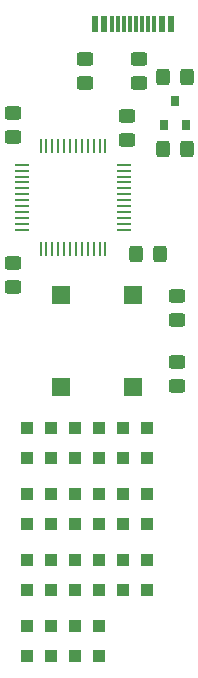
<source format=gbr>
%TF.GenerationSoftware,KiCad,Pcbnew,6.0.5-2.fc36*%
%TF.CreationDate,2022-06-13T17:40:47-05:00*%
%TF.ProjectId,right,72696768-742e-46b6-9963-61645f706362,rev?*%
%TF.SameCoordinates,Original*%
%TF.FileFunction,Paste,Top*%
%TF.FilePolarity,Positive*%
%FSLAX46Y46*%
G04 Gerber Fmt 4.6, Leading zero omitted, Abs format (unit mm)*
G04 Created by KiCad (PCBNEW 6.0.5-2.fc36) date 2022-06-13 17:40:47*
%MOMM*%
%LPD*%
G01*
G04 APERTURE LIST*
G04 Aperture macros list*
%AMRoundRect*
0 Rectangle with rounded corners*
0 $1 Rounding radius*
0 $2 $3 $4 $5 $6 $7 $8 $9 X,Y pos of 4 corners*
0 Add a 4 corners polygon primitive as box body*
4,1,4,$2,$3,$4,$5,$6,$7,$8,$9,$2,$3,0*
0 Add four circle primitives for the rounded corners*
1,1,$1+$1,$2,$3*
1,1,$1+$1,$4,$5*
1,1,$1+$1,$6,$7*
1,1,$1+$1,$8,$9*
0 Add four rect primitives between the rounded corners*
20,1,$1+$1,$2,$3,$4,$5,0*
20,1,$1+$1,$4,$5,$6,$7,0*
20,1,$1+$1,$6,$7,$8,$9,0*
20,1,$1+$1,$8,$9,$2,$3,0*%
G04 Aperture macros list end*
%ADD10R,0.600000X1.450000*%
%ADD11R,0.300000X1.450000*%
%ADD12RoundRect,0.250000X-0.450000X0.325000X-0.450000X-0.325000X0.450000X-0.325000X0.450000X0.325000X0*%
%ADD13R,0.800000X0.900000*%
%ADD14R,0.250000X1.300000*%
%ADD15R,1.300000X0.250000*%
%ADD16R,1.000000X1.000000*%
%ADD17RoundRect,0.250000X-0.325000X-0.450000X0.325000X-0.450000X0.325000X0.450000X-0.325000X0.450000X0*%
%ADD18R,1.500000X1.500000*%
%ADD19RoundRect,0.250000X0.450000X-0.325000X0.450000X0.325000X-0.450000X0.325000X-0.450000X-0.325000X0*%
G04 APERTURE END LIST*
D10*
%TO.C,J1*%
X100024000Y-72752000D03*
X99224000Y-72752000D03*
D11*
X98024000Y-72752000D03*
X97024000Y-72752000D03*
X96524000Y-72752000D03*
X95524000Y-72752000D03*
D10*
X94324000Y-72752000D03*
X93524000Y-72752000D03*
X93524000Y-72752000D03*
X94324000Y-72752000D03*
D11*
X95024000Y-72752000D03*
X96024000Y-72752000D03*
X97524000Y-72752000D03*
X98524000Y-72752000D03*
D10*
X99224000Y-72752000D03*
X100024000Y-72752000D03*
%TD*%
D12*
%TO.C,R1*%
X100457000Y-95749000D03*
X100457000Y-97799000D03*
%TD*%
%TO.C,R6*%
X92710000Y-75683000D03*
X92710000Y-77733000D03*
%TD*%
%TO.C,R7*%
X97282000Y-75683000D03*
X97282000Y-77733000D03*
%TD*%
D13*
%TO.C,U2*%
X99380000Y-81264000D03*
X101280000Y-81264000D03*
X100330000Y-79264000D03*
%TD*%
D14*
%TO.C,U1*%
X88944000Y-91726000D03*
X89444000Y-91726000D03*
X89944000Y-91726000D03*
X90444000Y-91726000D03*
X90944000Y-91726000D03*
X91444000Y-91726000D03*
X91944000Y-91726000D03*
X92444000Y-91726000D03*
X92944000Y-91726000D03*
X93444000Y-91726000D03*
X93944000Y-91726000D03*
X94444000Y-91726000D03*
D15*
X96044000Y-90126000D03*
X96044000Y-89626000D03*
X96044000Y-89126000D03*
X96044000Y-88626000D03*
X96044000Y-88126000D03*
X96044000Y-87626000D03*
X96044000Y-87126000D03*
X96044000Y-86626000D03*
X96044000Y-86126000D03*
X96044000Y-85626000D03*
X96044000Y-85126000D03*
X96044000Y-84626000D03*
D14*
X94444000Y-83026000D03*
X93944000Y-83026000D03*
X93444000Y-83026000D03*
X92944000Y-83026000D03*
X92444000Y-83026000D03*
X91944000Y-83026000D03*
X91444000Y-83026000D03*
X90944000Y-83026000D03*
X90444000Y-83026000D03*
X89944000Y-83026000D03*
X89444000Y-83026000D03*
X88944000Y-83026000D03*
D15*
X87344000Y-84626000D03*
X87344000Y-85126000D03*
X87344000Y-85626000D03*
X87344000Y-86126000D03*
X87344000Y-86626000D03*
X87344000Y-87126000D03*
X87344000Y-87626000D03*
X87344000Y-88126000D03*
X87344000Y-88626000D03*
X87344000Y-89126000D03*
X87344000Y-89626000D03*
X87344000Y-90126000D03*
%TD*%
D16*
%TO.C,D35*%
X89789000Y-118130000D03*
X89789000Y-120630000D03*
%TD*%
%TO.C,D19*%
X95885000Y-106954000D03*
X95885000Y-109454000D03*
%TD*%
%TO.C,D21*%
X95885000Y-118130000D03*
X95885000Y-120630000D03*
%TD*%
%TO.C,D23*%
X91821000Y-106954000D03*
X91821000Y-109454000D03*
%TD*%
%TO.C,D24*%
X91821000Y-112542000D03*
X91821000Y-115042000D03*
%TD*%
%TO.C,D25*%
X91821000Y-118130000D03*
X91821000Y-120630000D03*
%TD*%
%TO.C,D26*%
X91821000Y-123718000D03*
X91821000Y-126218000D03*
%TD*%
%TO.C,D33*%
X89789000Y-106954000D03*
X89789000Y-109454000D03*
%TD*%
%TO.C,D34*%
X89789000Y-112542000D03*
X89789000Y-115042000D03*
%TD*%
%TO.C,D36*%
X89789000Y-123718000D03*
X89789000Y-126218000D03*
%TD*%
%TO.C,D20*%
X95885000Y-112542000D03*
X95885000Y-115042000D03*
%TD*%
%TO.C,D16*%
X87757000Y-118130000D03*
X87757000Y-120630000D03*
%TD*%
%TO.C,D6*%
X97917000Y-112542000D03*
X97917000Y-115042000D03*
%TD*%
%TO.C,D7*%
X97917000Y-118130000D03*
X97917000Y-120630000D03*
%TD*%
%TO.C,D9*%
X93853000Y-106954000D03*
X93853000Y-109454000D03*
%TD*%
%TO.C,D10*%
X93853000Y-112542000D03*
X93853000Y-115042000D03*
%TD*%
%TO.C,D11*%
X93853000Y-118130000D03*
X93853000Y-120630000D03*
%TD*%
%TO.C,D12*%
X93853000Y-123718000D03*
X93853000Y-126218000D03*
%TD*%
%TO.C,D14*%
X87757000Y-106954000D03*
X87757000Y-109454000D03*
%TD*%
%TO.C,D15*%
X87757000Y-112542000D03*
X87757000Y-115042000D03*
%TD*%
%TO.C,D17*%
X87757000Y-123718000D03*
X87757000Y-126218000D03*
%TD*%
D17*
%TO.C,C7*%
X99305000Y-77216000D03*
X101355000Y-77216000D03*
%TD*%
%TO.C,C6*%
X99305000Y-83312000D03*
X101355000Y-83312000D03*
%TD*%
D12*
%TO.C,C5*%
X86614000Y-92955000D03*
X86614000Y-95005000D03*
%TD*%
D17*
%TO.C,C4*%
X97019000Y-92202000D03*
X99069000Y-92202000D03*
%TD*%
D12*
%TO.C,C2*%
X86614000Y-80255000D03*
X86614000Y-82305000D03*
%TD*%
D18*
%TO.C,SW1*%
X96774000Y-95668000D03*
X96774000Y-103468000D03*
%TD*%
D16*
%TO.C,D5*%
X97917000Y-106954000D03*
X97917000Y-109454000D03*
%TD*%
D12*
%TO.C,C1*%
X100457000Y-101337000D03*
X100457000Y-103387000D03*
%TD*%
D18*
%TO.C,SW2*%
X90678000Y-103468000D03*
X90678000Y-95668000D03*
%TD*%
D19*
%TO.C,C3*%
X96266000Y-82559000D03*
X96266000Y-80509000D03*
%TD*%
M02*

</source>
